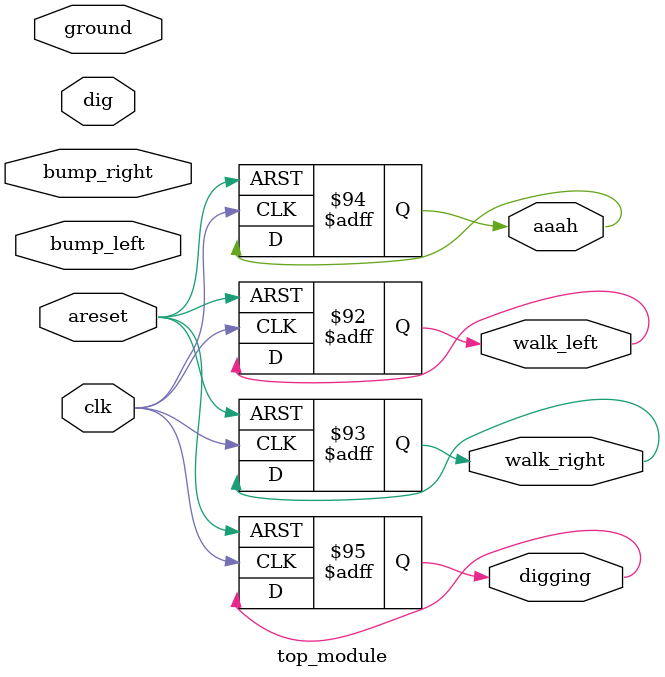
<source format=sv>
module top_module (
  input clk,
  input areset,
  input bump_left,
  input bump_right,
  input ground,
  input dig,
  output reg walk_left,
  output reg walk_right,
  output reg aaah,
  output reg digging
);

  reg [1:0] state;
  reg prev_state;
  
  parameter IDLE = 2'b00;
  parameter WALK_LEFT = 2'b01;
  parameter WALK_RIGHT = 2'b10;
  
  always @(posedge clk or posedge areset) begin
    if (areset) begin
      state <= IDLE;
      walk_left <= 1'b1;
      walk_right <= 1'b0;
      aaah <= 1'b0;
      digging <= 1'b0;
    end else begin
      case (state)
        IDLE: begin
          if (bump_left && !bump_right && ground) begin
            state <= WALK_RIGHT;
          end else if (!bump_left && bump_right && ground) begin
            state <= WALK_LEFT;
          end else if (!ground) begin
            state <= IDLE;
          end else if (ground && !dig && prev_state != IDLE) begin
            state <= IDLE;
          end else if (ground && dig && prev_state != IDLE) begin
            state <= IDLE;
          end else if (!ground && !dig && prev_state == WALK_LEFT) begin
            state <= IDLE;
          end else if (!ground && !dig && prev_state == WALK_RIGHT) begin
            state <= IDLE;
          end
        end
        
        WALK_LEFT: begin
          if (bump_right && ground) begin
            state <= IDLE;
          end else if (!ground) begin
            state <= IDLE;
          end else if (ground && !dig && prev_state != WALK_LEFT) begin
            state <= IDLE;
          end else if (ground && dig && prev_state != WALK_LEFT) begin
            state <= IDLE;
          end
        end
        
        WALK_RIGHT: begin
          if (bump_left && ground) begin
            state <= IDLE;
          end else if (!ground) begin
            state <= IDLE;
          end else if (ground && !dig && prev_state != WALK_RIGHT) begin
            state <= IDLE;
          end else if (ground && dig && prev_state != WALK_RIGHT) begin
            state <= IDLE;
          end
        end
      endcase
    end
  end
  
  always @(negedge clk or posedge areset) begin
    if (areset) begin
      prev_state <= IDLE;
    end else begin
      prev_state <= state;
    end
  end
  
endmodule

</source>
